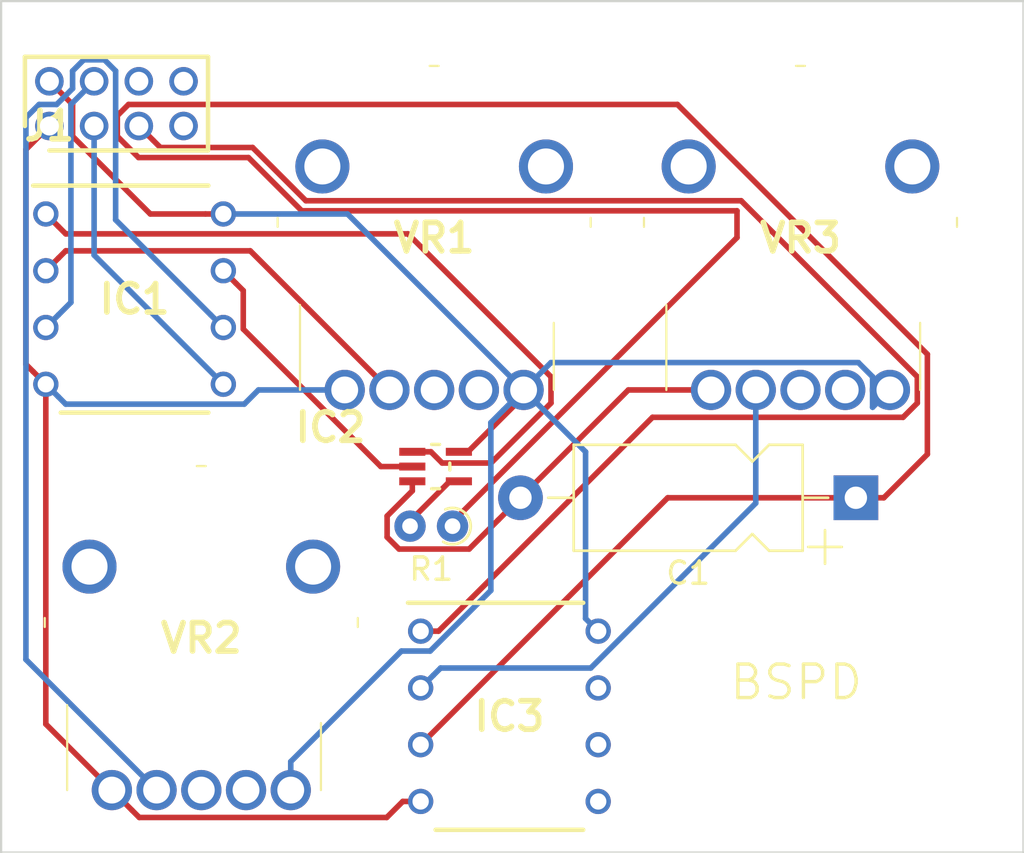
<source format=kicad_pcb>
(kicad_pcb (version 20171130) (host pcbnew "(5.1.0)-1")

  (general
    (thickness 1.6)
    (drawings 5)
    (tracks 123)
    (zones 0)
    (modules 9)
    (nets 31)
  )

  (page A4)
  (title_block
    (title BSPD)
    (date 2019-08-07)
    (rev 2.0)
    (company "Inspired Karters FS")
  )

  (layers
    (0 F.Cu signal)
    (31 B.Cu signal)
    (32 B.Adhes user)
    (33 F.Adhes user)
    (34 B.Paste user)
    (35 F.Paste user)
    (36 B.SilkS user)
    (37 F.SilkS user)
    (38 B.Mask user)
    (39 F.Mask user)
    (40 Dwgs.User user)
    (41 Cmts.User user)
    (42 Eco1.User user)
    (43 Eco2.User user)
    (44 Edge.Cuts user)
    (45 Margin user)
    (46 B.CrtYd user)
    (47 F.CrtYd user)
    (48 B.Fab user)
    (49 F.Fab user)
  )

  (setup
    (last_trace_width 0.25)
    (user_trace_width 0.15)
    (user_trace_width 0.22)
    (trace_clearance 0.2)
    (zone_clearance 0.508)
    (zone_45_only no)
    (trace_min 0.05)
    (via_size 0.8)
    (via_drill 0.4)
    (via_min_size 0.4)
    (via_min_drill 0.3)
    (uvia_size 0.3)
    (uvia_drill 0.1)
    (uvias_allowed no)
    (uvia_min_size 0.2)
    (uvia_min_drill 0.1)
    (edge_width 0.1)
    (segment_width 0.2)
    (pcb_text_width 0.3)
    (pcb_text_size 1.5 1.5)
    (mod_edge_width 0.15)
    (mod_text_size 1 1)
    (mod_text_width 0.15)
    (pad_size 1.524 1.524)
    (pad_drill 0.762)
    (pad_to_mask_clearance 0)
    (aux_axis_origin 0 0)
    (visible_elements 7FFFFFFF)
    (pcbplotparams
      (layerselection 0x010fc_ffffffff)
      (usegerberextensions false)
      (usegerberattributes false)
      (usegerberadvancedattributes false)
      (creategerberjobfile false)
      (excludeedgelayer true)
      (linewidth 0.100000)
      (plotframeref false)
      (viasonmask false)
      (mode 1)
      (useauxorigin false)
      (hpglpennumber 1)
      (hpglpenspeed 20)
      (hpglpendiameter 15.000000)
      (psnegative false)
      (psa4output false)
      (plotreference true)
      (plotvalue true)
      (plotinvisibletext false)
      (padsonsilk false)
      (subtractmaskfromsilk false)
      (outputformat 1)
      (mirror false)
      (drillshape 0)
      (scaleselection 1)
      (outputdirectory "BSPD/"))
  )

  (net 0 "")
  (net 1 "Net-(C1-Pad1)")
  (net 2 GND)
  (net 3 "Net-(IC1-Pad1)")
  (net 4 "Net-(IC1-Pad2)")
  (net 5 /brake_sensor)
  (net 6 /Curr_sensor)
  (net 7 +12V)
  (net 8 "Net-(IC2-Pad4)")
  (net 9 "Net-(IC3-Pad7)")
  (net 10 "Net-(IC3-Pad6)")
  (net 11 "Net-(IC3-Pad5)")
  (net 12 /output)
  (net 13 "Net-(J1-Pad6)")
  (net 14 "Net-(J1-Pad7)")
  (net 15 "Net-(J1-Pad8)")
  (net 16 "Net-(IC1-Pad6)")
  (net 17 "Net-(IC1-Pad7)")
  (net 18 "Net-(IC3-Pad2)")
  (net 19 "Net-(VR1-PadMH2)")
  (net 20 "Net-(VR1-PadMH1)")
  (net 21 "Net-(VR1-Pad5)")
  (net 22 "Net-(VR1-Pad4)")
  (net 23 "Net-(VR2-PadMH2)")
  (net 24 "Net-(VR2-PadMH1)")
  (net 25 "Net-(VR2-Pad5)")
  (net 26 "Net-(VR2-Pad4)")
  (net 27 "Net-(VR3-PadMH2)")
  (net 28 "Net-(VR3-PadMH1)")
  (net 29 "Net-(VR3-Pad5)")
  (net 30 "Net-(VR3-Pad4)")

  (net_class Default "This is the default net class."
    (clearance 0.2)
    (trace_width 0.25)
    (via_dia 0.8)
    (via_drill 0.4)
    (uvia_dia 0.3)
    (uvia_drill 0.1)
    (add_net +12V)
    (add_net /Curr_sensor)
    (add_net /brake_sensor)
    (add_net /output)
    (add_net GND)
    (add_net "Net-(C1-Pad1)")
    (add_net "Net-(IC1-Pad1)")
    (add_net "Net-(IC1-Pad2)")
    (add_net "Net-(IC1-Pad6)")
    (add_net "Net-(IC1-Pad7)")
    (add_net "Net-(IC2-Pad4)")
    (add_net "Net-(IC3-Pad2)")
    (add_net "Net-(IC3-Pad5)")
    (add_net "Net-(IC3-Pad6)")
    (add_net "Net-(IC3-Pad7)")
    (add_net "Net-(J1-Pad6)")
    (add_net "Net-(J1-Pad7)")
    (add_net "Net-(J1-Pad8)")
    (add_net "Net-(VR1-Pad4)")
    (add_net "Net-(VR1-Pad5)")
    (add_net "Net-(VR1-PadMH1)")
    (add_net "Net-(VR1-PadMH2)")
    (add_net "Net-(VR2-Pad4)")
    (add_net "Net-(VR2-Pad5)")
    (add_net "Net-(VR2-PadMH1)")
    (add_net "Net-(VR2-PadMH2)")
    (add_net "Net-(VR3-Pad4)")
    (add_net "Net-(VR3-Pad5)")
    (add_net "Net-(VR3-PadMH1)")
    (add_net "Net-(VR3-PadMH2)")
  )

  (module SamacSys_Parts:RK10J12E0A0A (layer F.Cu) (tedit 0) (tstamp 5D5EBCBB)
    (at 90.17 107.569)
    (descr RK10J12E0A0A-1)
    (tags "Variable Resistor")
    (path /5D60EEA8)
    (fp_text reference VR3 (at 4 -6.8) (layer F.SilkS)
      (effects (font (size 1.27 1.27) (thickness 0.254)))
    )
    (fp_text value RK10J12E0A0A (at 4 -6.8) (layer F.SilkS) hide
      (effects (font (size 1.27 1.27) (thickness 0.254)))
    )
    (fp_arc (start 4 -7.5) (end 11 -7.5) (angle 180) (layer F.Fab) (width 0.2))
    (fp_arc (start 4 -7.5) (end -3 -7.5) (angle 180) (layer F.Fab) (width 0.2))
    (fp_line (start 3.8 -14.5) (end 4.2 -14.5) (layer F.SilkS) (width 0.1))
    (fp_line (start 11 -7.7) (end 11 -7.3) (layer F.SilkS) (width 0.1))
    (fp_line (start -3 -7.7) (end -3 -7.3) (layer F.SilkS) (width 0.1))
    (fp_line (start 9.35 0) (end 9.35 -3) (layer F.SilkS) (width 0.1))
    (fp_line (start -2 -3.8) (end -2 0) (layer F.SilkS) (width 0.1))
    (fp_line (start 9.35 0) (end 9.35 -3) (layer F.Fab) (width 0.2))
    (fp_line (start -2 0) (end 9.35 0) (layer F.Fab) (width 0.2))
    (fp_line (start -2 -3.8) (end -2 0) (layer F.Fab) (width 0.2))
    (fp_line (start 11 -7.5) (end 11 -7.5) (layer F.Fab) (width 0.2))
    (fp_line (start -3 -7.5) (end -3 -7.5) (layer F.Fab) (width 0.2))
    (fp_line (start -4 1.9) (end -4 -15.5) (layer F.CrtYd) (width 0.1))
    (fp_line (start 12 1.9) (end -4 1.9) (layer F.CrtYd) (width 0.1))
    (fp_line (start 12 -15.5) (end 12 1.9) (layer F.CrtYd) (width 0.1))
    (fp_line (start -4 -15.5) (end 12 -15.5) (layer F.CrtYd) (width 0.1))
    (fp_text user %R (at 4 -6.8) (layer F.Fab)
      (effects (font (size 1.27 1.27) (thickness 0.254)))
    )
    (pad MH2 thru_hole circle (at 9 -10) (size 2.419 2.419) (drill 1.6125) (layers *.Cu *.Mask)
      (net 27 "Net-(VR3-PadMH2)"))
    (pad MH1 thru_hole circle (at -1 -10) (size 2.419 2.419) (drill 1.6125) (layers *.Cu *.Mask)
      (net 28 "Net-(VR3-PadMH1)"))
    (pad 5 thru_hole circle (at 6 0) (size 1.8 1.8) (drill 1.2) (layers *.Cu *.Mask)
      (net 29 "Net-(VR3-Pad5)"))
    (pad 4 thru_hole circle (at 4 0) (size 1.8 1.8) (drill 1.2) (layers *.Cu *.Mask)
      (net 30 "Net-(VR3-Pad4)"))
    (pad 3 thru_hole circle (at 8 0) (size 1.8 1.8) (drill 1.2) (layers *.Cu *.Mask)
      (net 7 +12V))
    (pad 2 thru_hole circle (at 2 0) (size 1.8 1.8) (drill 1.2) (layers *.Cu *.Mask)
      (net 18 "Net-(IC3-Pad2)"))
    (pad 1 thru_hole circle (at 0 0) (size 1.8 1.8) (drill 1.2) (layers *.Cu *.Mask)
      (net 2 GND))
  )

  (module SamacSys_Parts:RK10J12E0A0A (layer F.Cu) (tedit 0) (tstamp 5D5EBF49)
    (at 63.373 125.476)
    (descr RK10J12E0A0A-1)
    (tags "Variable Resistor")
    (path /5D606C2A)
    (fp_text reference VR2 (at 4 -6.8) (layer F.SilkS)
      (effects (font (size 1.27 1.27) (thickness 0.254)))
    )
    (fp_text value RK10J12E0A0A (at 4 -6.8) (layer F.SilkS) hide
      (effects (font (size 1.27 1.27) (thickness 0.254)))
    )
    (fp_arc (start 4 -7.5) (end 11 -7.5) (angle 180) (layer F.Fab) (width 0.2))
    (fp_arc (start 4 -7.5) (end -3 -7.5) (angle 180) (layer F.Fab) (width 0.2))
    (fp_line (start 3.8 -14.5) (end 4.2 -14.5) (layer F.SilkS) (width 0.1))
    (fp_line (start 11 -7.7) (end 11 -7.3) (layer F.SilkS) (width 0.1))
    (fp_line (start -3 -7.7) (end -3 -7.3) (layer F.SilkS) (width 0.1))
    (fp_line (start 9.35 0) (end 9.35 -3) (layer F.SilkS) (width 0.1))
    (fp_line (start -2 -3.8) (end -2 0) (layer F.SilkS) (width 0.1))
    (fp_line (start 9.35 0) (end 9.35 -3) (layer F.Fab) (width 0.2))
    (fp_line (start -2 0) (end 9.35 0) (layer F.Fab) (width 0.2))
    (fp_line (start -2 -3.8) (end -2 0) (layer F.Fab) (width 0.2))
    (fp_line (start 11 -7.5) (end 11 -7.5) (layer F.Fab) (width 0.2))
    (fp_line (start -3 -7.5) (end -3 -7.5) (layer F.Fab) (width 0.2))
    (fp_line (start -4 1.9) (end -4 -15.5) (layer F.CrtYd) (width 0.1))
    (fp_line (start 12 1.9) (end -4 1.9) (layer F.CrtYd) (width 0.1))
    (fp_line (start 12 -15.5) (end 12 1.9) (layer F.CrtYd) (width 0.1))
    (fp_line (start -4 -15.5) (end 12 -15.5) (layer F.CrtYd) (width 0.1))
    (fp_text user %R (at 4 -6.8) (layer F.Fab)
      (effects (font (size 1.27 1.27) (thickness 0.254)))
    )
    (pad MH2 thru_hole circle (at 9 -10) (size 2.419 2.419) (drill 1.6125) (layers *.Cu *.Mask)
      (net 23 "Net-(VR2-PadMH2)"))
    (pad MH1 thru_hole circle (at -1 -10) (size 2.419 2.419) (drill 1.6125) (layers *.Cu *.Mask)
      (net 24 "Net-(VR2-PadMH1)"))
    (pad 5 thru_hole circle (at 6 0) (size 1.8 1.8) (drill 1.2) (layers *.Cu *.Mask)
      (net 25 "Net-(VR2-Pad5)"))
    (pad 4 thru_hole circle (at 4 0) (size 1.8 1.8) (drill 1.2) (layers *.Cu *.Mask)
      (net 26 "Net-(VR2-Pad4)"))
    (pad 3 thru_hole circle (at 8 0) (size 1.8 1.8) (drill 1.2) (layers *.Cu *.Mask)
      (net 7 +12V))
    (pad 2 thru_hole circle (at 2 0) (size 1.8 1.8) (drill 1.2) (layers *.Cu *.Mask)
      (net 16 "Net-(IC1-Pad6)"))
    (pad 1 thru_hole circle (at 0 0) (size 1.8 1.8) (drill 1.2) (layers *.Cu *.Mask)
      (net 2 GND))
  )

  (module SamacSys_Parts:RK10J12E0A0A (layer F.Cu) (tedit 0) (tstamp 5D5EC399)
    (at 73.787 107.569)
    (descr RK10J12E0A0A-1)
    (tags "Variable Resistor")
    (path /5D5E8EE8)
    (fp_text reference VR1 (at 4 -6.8) (layer F.SilkS)
      (effects (font (size 1.27 1.27) (thickness 0.254)))
    )
    (fp_text value RK10J12E0A0A (at 4 -6.8) (layer F.SilkS) hide
      (effects (font (size 1.27 1.27) (thickness 0.254)))
    )
    (fp_arc (start 4 -7.5) (end 11 -7.5) (angle 180) (layer F.Fab) (width 0.2))
    (fp_arc (start 4 -7.5) (end -3 -7.5) (angle 180) (layer F.Fab) (width 0.2))
    (fp_line (start 3.8 -14.5) (end 4.2 -14.5) (layer F.SilkS) (width 0.1))
    (fp_line (start 11 -7.7) (end 11 -7.3) (layer F.SilkS) (width 0.1))
    (fp_line (start -3 -7.7) (end -3 -7.3) (layer F.SilkS) (width 0.1))
    (fp_line (start 9.35 0) (end 9.35 -3) (layer F.SilkS) (width 0.1))
    (fp_line (start -2 -3.8) (end -2 0) (layer F.SilkS) (width 0.1))
    (fp_line (start 9.35 0) (end 9.35 -3) (layer F.Fab) (width 0.2))
    (fp_line (start -2 0) (end 9.35 0) (layer F.Fab) (width 0.2))
    (fp_line (start -2 -3.8) (end -2 0) (layer F.Fab) (width 0.2))
    (fp_line (start 11 -7.5) (end 11 -7.5) (layer F.Fab) (width 0.2))
    (fp_line (start -3 -7.5) (end -3 -7.5) (layer F.Fab) (width 0.2))
    (fp_line (start -4 1.9) (end -4 -15.5) (layer F.CrtYd) (width 0.1))
    (fp_line (start 12 1.9) (end -4 1.9) (layer F.CrtYd) (width 0.1))
    (fp_line (start 12 -15.5) (end 12 1.9) (layer F.CrtYd) (width 0.1))
    (fp_line (start -4 -15.5) (end 12 -15.5) (layer F.CrtYd) (width 0.1))
    (fp_text user %R (at 4 -6.8) (layer F.Fab)
      (effects (font (size 1.27 1.27) (thickness 0.254)))
    )
    (pad MH2 thru_hole circle (at 9 -10) (size 2.419 2.419) (drill 1.6125) (layers *.Cu *.Mask)
      (net 19 "Net-(VR1-PadMH2)"))
    (pad MH1 thru_hole circle (at -1 -10) (size 2.419 2.419) (drill 1.6125) (layers *.Cu *.Mask)
      (net 20 "Net-(VR1-PadMH1)"))
    (pad 5 thru_hole circle (at 6 0) (size 1.8 1.8) (drill 1.2) (layers *.Cu *.Mask)
      (net 21 "Net-(VR1-Pad5)"))
    (pad 4 thru_hole circle (at 4 0) (size 1.8 1.8) (drill 1.2) (layers *.Cu *.Mask)
      (net 22 "Net-(VR1-Pad4)"))
    (pad 3 thru_hole circle (at 8 0) (size 1.8 1.8) (drill 1.2) (layers *.Cu *.Mask)
      (net 7 +12V))
    (pad 2 thru_hole circle (at 2 0) (size 1.8 1.8) (drill 1.2) (layers *.Cu *.Mask)
      (net 4 "Net-(IC1-Pad2)"))
    (pad 1 thru_hole circle (at 0 0) (size 1.8 1.8) (drill 1.2) (layers *.Cu *.Mask)
      (net 2 GND))
  )

  (module SamacSys_Parts:SHDR8W46P200_2X4_819X419X444P (layer F.Cu) (tedit 0) (tstamp 5D5DC9FD)
    (at 60.579 95.758)
    (descr 79107-7003_a)
    (tags Connector)
    (path /5D5D9C94)
    (fp_text reference J1 (at 0 0) (layer F.SilkS)
      (effects (font (size 1.27 1.27) (thickness 0.254)))
    )
    (fp_text value 79107-7003 (at 0 0) (layer F.SilkS) hide
      (effects (font (size 1.27 1.27) (thickness 0.254)))
    )
    (fp_line (start -1.095 -3.095) (end -1.095 0) (layer F.SilkS) (width 0.2))
    (fp_line (start 7.095 -3.095) (end -1.095 -3.095) (layer F.SilkS) (width 0.2))
    (fp_line (start 7.095 1.095) (end 7.095 -3.095) (layer F.SilkS) (width 0.2))
    (fp_line (start 0 1.095) (end 7.095 1.095) (layer F.SilkS) (width 0.2))
    (fp_line (start 7.095 1.095) (end -1.095 1.095) (layer F.Fab) (width 0.1))
    (fp_line (start 7.095 -3.095) (end 7.095 1.095) (layer F.Fab) (width 0.1))
    (fp_line (start -1.095 -3.095) (end 7.095 -3.095) (layer F.Fab) (width 0.1))
    (fp_line (start -1.095 1.095) (end -1.095 -3.095) (layer F.Fab) (width 0.1))
    (fp_line (start 7.345 1.345) (end -1.345 1.345) (layer F.CrtYd) (width 0.05))
    (fp_line (start 7.345 -3.345) (end 7.345 1.345) (layer F.CrtYd) (width 0.05))
    (fp_line (start -1.345 -3.345) (end 7.345 -3.345) (layer F.CrtYd) (width 0.05))
    (fp_line (start -1.345 1.345) (end -1.345 -3.345) (layer F.CrtYd) (width 0.05))
    (fp_text user %R (at 0 0) (layer F.Fab)
      (effects (font (size 1.27 1.27) (thickness 0.254)))
    )
    (pad 8 thru_hole circle (at 6 -2) (size 1.275 1.275) (drill 0.85) (layers *.Cu *.Mask)
      (net 15 "Net-(J1-Pad8)"))
    (pad 7 thru_hole circle (at 6 0) (size 1.275 1.275) (drill 0.85) (layers *.Cu *.Mask)
      (net 14 "Net-(J1-Pad7)"))
    (pad 6 thru_hole circle (at 4 -2) (size 1.275 1.275) (drill 0.85) (layers *.Cu *.Mask)
      (net 13 "Net-(J1-Pad6)"))
    (pad 5 thru_hole circle (at 4 0) (size 1.275 1.275) (drill 0.85) (layers *.Cu *.Mask)
      (net 12 /output))
    (pad 4 thru_hole circle (at 2 -2) (size 1.275 1.275) (drill 0.85) (layers *.Cu *.Mask)
      (net 5 /brake_sensor))
    (pad 3 thru_hole circle (at 2 0) (size 1.275 1.275) (drill 0.85) (layers *.Cu *.Mask)
      (net 6 /Curr_sensor))
    (pad 2 thru_hole circle (at 0 -2) (size 1.275 1.275) (drill 0.85) (layers *.Cu *.Mask)
      (net 7 +12V))
    (pad 1 thru_hole circle (at 0 0) (size 1.275 1.275) (drill 0.85) (layers *.Cu *.Mask)
      (net 2 GND))
    (model "F:\\FS electric vehicle\\KiCAD Models\\SamacSys_Parts.3dshapes\\79107-7003.stp"
      (at (xyz 0 0 0))
      (scale (xyz 1 1 1))
      (rotate (xyz 0 0 0))
    )
  )

  (module SamacSys_Parts:SOT65P210X110-5N (layer F.Cu) (tedit 0) (tstamp 5D4C732B)
    (at 77.851 110.998)
    (descr SOT65P210X110-5N)
    (tags "Integrated Circuit")
    (path /5D4C464E)
    (attr smd)
    (fp_text reference IC2 (at -4.699 -1.7526) (layer F.SilkS)
      (effects (font (size 1.27 1.27) (thickness 0.254)))
    )
    (fp_text value BU4S81G2-TR (at -4.699 -1.7526) (layer F.SilkS) hide
      (effects (font (size 1.27 1.27) (thickness 0.254)))
    )
    (fp_line (start 1.1938 -0.7874) (end 0.635 -0.7874) (layer F.Fab) (width 0.1524))
    (fp_line (start 1.1938 -0.508) (end 1.1938 -0.7874) (layer F.Fab) (width 0.1524))
    (fp_line (start 0.635 -0.508) (end 1.1938 -0.508) (layer F.Fab) (width 0.1524))
    (fp_line (start 0.635 -0.7874) (end 0.635 -0.508) (layer F.Fab) (width 0.1524))
    (fp_line (start 0.635 -0.9906) (end 0.635 -0.7874) (layer F.Fab) (width 0.1524))
    (fp_line (start 1.1938 0.508) (end 0.635 0.508) (layer F.Fab) (width 0.1524))
    (fp_line (start 1.1938 0.7874) (end 1.1938 0.508) (layer F.Fab) (width 0.1524))
    (fp_line (start 0.635 0.7874) (end 1.1938 0.7874) (layer F.Fab) (width 0.1524))
    (fp_line (start -1.1938 0.7874) (end -0.635 0.7874) (layer F.Fab) (width 0.1524))
    (fp_line (start -1.1938 0.508) (end -1.1938 0.7874) (layer F.Fab) (width 0.1524))
    (fp_line (start -0.635 0.508) (end -1.1938 0.508) (layer F.Fab) (width 0.1524))
    (fp_line (start -0.635 0.7874) (end -0.635 0.508) (layer F.Fab) (width 0.1524))
    (fp_line (start -0.635 0.9906) (end -0.635 0.7874) (layer F.Fab) (width 0.1524))
    (fp_line (start -1.1938 0.1524) (end -0.635 0.1524) (layer F.Fab) (width 0.1524))
    (fp_line (start -1.1938 -0.1524) (end -1.1938 0.1524) (layer F.Fab) (width 0.1524))
    (fp_line (start -0.635 -0.1524) (end -1.1938 -0.1524) (layer F.Fab) (width 0.1524))
    (fp_line (start -1.1938 -0.508) (end -0.635 -0.508) (layer F.Fab) (width 0.1524))
    (fp_line (start -1.1938 -0.7874) (end -1.1938 -0.508) (layer F.Fab) (width 0.1524))
    (fp_line (start -0.635 -0.7874) (end -1.1938 -0.7874) (layer F.Fab) (width 0.1524))
    (fp_line (start -0.635 0.1524) (end -0.635 0.508) (layer F.Fab) (width 0.1524))
    (fp_line (start -0.635 -0.1524) (end -0.635 0.1524) (layer F.Fab) (width 0.1524))
    (fp_line (start -0.635 -0.508) (end -0.635 -0.1524) (layer F.Fab) (width 0.1524))
    (fp_line (start -0.635 -0.7874) (end -0.635 -0.508) (layer F.Fab) (width 0.1524))
    (fp_line (start -0.635 -0.9906) (end -0.635 -0.7874) (layer F.Fab) (width 0.1524))
    (fp_line (start -0.3048 -0.9906) (end -0.635 -0.9906) (layer F.Fab) (width 0.1524))
    (fp_line (start 0.3048 -0.9906) (end -0.3048 -0.9906) (layer F.Fab) (width 0.1524))
    (fp_line (start 0.635 -0.9906) (end 0.3048 -0.9906) (layer F.Fab) (width 0.1524))
    (fp_line (start 0.635 0.508) (end 0.635 -0.508) (layer F.Fab) (width 0.1524))
    (fp_line (start 0.635 0.7874) (end 0.635 0.508) (layer F.Fab) (width 0.1524))
    (fp_line (start 0.635 0.9906) (end 0.635 0.7874) (layer F.Fab) (width 0.1524))
    (fp_line (start -0.635 0.9906) (end 0.635 0.9906) (layer F.Fab) (width 0.1524))
    (fp_line (start 0.1778 -0.9906) (end -0.1778 -0.9906) (layer F.SilkS) (width 0.1524))
    (fp_line (start 0.635 0.1524) (end 0.635 -0.1524) (layer F.SilkS) (width 0.1524))
    (fp_line (start -0.1778 0.9906) (end 0.1778 0.9906) (layer F.SilkS) (width 0.1524))
    (fp_text user %R (at -4.699 -1.7526) (layer F.Fab)
      (effects (font (size 1.27 1.27) (thickness 0.254)))
    )
    (pad 5 smd rect (at 1.0414 -0.6604 90) (size 0.3556 1.1684) (layers F.Cu F.Paste F.Mask)
      (net 7 +12V))
    (pad 4 smd rect (at 1.0414 0.6604 90) (size 0.3556 1.1684) (layers F.Cu F.Paste F.Mask)
      (net 8 "Net-(IC2-Pad4)"))
    (pad 3 smd rect (at -1.0414 0.6604 90) (size 0.3556 1.1684) (layers F.Cu F.Paste F.Mask)
      (net 2 GND))
    (pad 2 smd rect (at -1.0414 0 90) (size 0.3556 1.1684) (layers F.Cu F.Paste F.Mask)
      (net 17 "Net-(IC1-Pad7)"))
    (pad 1 smd rect (at -1.0414 -0.6604 90) (size 0.3556 1.1684) (layers F.Cu F.Paste F.Mask)
      (net 3 "Net-(IC1-Pad1)"))
  )

  (module SamacSys_Parts:DIP794W53P254L959H508Q8N (layer F.Cu) (tedit 0) (tstamp 5D49D183)
    (at 81.153 122.174)
    (descr "P (R-PDIP-T8)")
    (tags "Integrated Circuit")
    (path /5D4C7614)
    (fp_text reference IC3 (at 0 0) (layer F.SilkS)
      (effects (font (size 1.27 1.27) (thickness 0.254)))
    )
    (fp_text value LM393N_NOPB (at 0 0) (layer F.SilkS) hide
      (effects (font (size 1.27 1.27) (thickness 0.254)))
    )
    (fp_line (start -3.3 5.08) (end 3.3 5.08) (layer F.SilkS) (width 0.2))
    (fp_line (start -4.535 -5.08) (end 3.3 -5.08) (layer F.SilkS) (width 0.2))
    (fp_line (start -3.3 -3.81) (end -2.03 -5.08) (layer F.Fab) (width 0.1))
    (fp_line (start -3.3 5.08) (end -3.3 -5.08) (layer F.Fab) (width 0.1))
    (fp_line (start 3.3 5.08) (end -3.3 5.08) (layer F.Fab) (width 0.1))
    (fp_line (start 3.3 -5.08) (end 3.3 5.08) (layer F.Fab) (width 0.1))
    (fp_line (start -3.3 -5.08) (end 3.3 -5.08) (layer F.Fab) (width 0.1))
    (fp_line (start -4.945 5.33) (end -4.945 -5.33) (layer F.CrtYd) (width 0.05))
    (fp_line (start 4.945 5.33) (end -4.945 5.33) (layer F.CrtYd) (width 0.05))
    (fp_line (start 4.945 -5.33) (end 4.945 5.33) (layer F.CrtYd) (width 0.05))
    (fp_line (start -4.945 -5.33) (end 4.945 -5.33) (layer F.CrtYd) (width 0.05))
    (fp_text user %R (at 0 0) (layer F.Fab)
      (effects (font (size 1.27 1.27) (thickness 0.254)))
    )
    (pad 8 thru_hole circle (at 3.97 -3.81) (size 1.13 1.13) (drill 0.73) (layers *.Cu *.Mask)
      (net 7 +12V))
    (pad 7 thru_hole circle (at 3.97 -1.27) (size 1.13 1.13) (drill 0.73) (layers *.Cu *.Mask)
      (net 9 "Net-(IC3-Pad7)"))
    (pad 6 thru_hole circle (at 3.97 1.27) (size 1.13 1.13) (drill 0.73) (layers *.Cu *.Mask)
      (net 10 "Net-(IC3-Pad6)"))
    (pad 5 thru_hole circle (at 3.97 3.81) (size 1.13 1.13) (drill 0.73) (layers *.Cu *.Mask)
      (net 11 "Net-(IC3-Pad5)"))
    (pad 4 thru_hole circle (at -3.97 3.81) (size 1.13 1.13) (drill 0.73) (layers *.Cu *.Mask)
      (net 2 GND))
    (pad 3 thru_hole circle (at -3.97 1.27) (size 1.13 1.13) (drill 0.73) (layers *.Cu *.Mask)
      (net 1 "Net-(C1-Pad1)"))
    (pad 2 thru_hole circle (at -3.97 -1.27) (size 1.13 1.13) (drill 0.73) (layers *.Cu *.Mask)
      (net 18 "Net-(IC3-Pad2)"))
    (pad 1 thru_hole circle (at -3.97 -3.81) (size 1.13 1.13) (drill 0.73) (layers *.Cu *.Mask)
      (net 12 /output))
    (model "F:\\FS electric vehicle\\KiCAD Models\\SamacSys_Parts.3dshapes\\LM555CN_NOPB.stp"
      (at (xyz 0 0 0))
      (scale (xyz 1 1 1))
      (rotate (xyz 0 0 0))
    )
  )

  (module Capacitor_THT:CP_Axial_L10.0mm_D4.5mm_P15.00mm_Horizontal (layer F.Cu) (tedit 5AE50EF2) (tstamp 5D5EC5E6)
    (at 96.647 112.395 180)
    (descr "CP, Axial series, Axial, Horizontal, pin pitch=15mm, , length*diameter=10*4.5mm^2, Electrolytic Capacitor, , http://www.vishay.com/docs/28325/021asm.pdf")
    (tags "CP Axial series Axial Horizontal pin pitch 15mm  length 10mm diameter 4.5mm Electrolytic Capacitor")
    (path /5BB114E1)
    (fp_text reference C1 (at 7.5 -3.37 180) (layer F.SilkS)
      (effects (font (size 1 1) (thickness 0.15)))
    )
    (fp_text value 100uF (at 7.5 3.37 180) (layer F.Fab)
      (effects (font (size 1 1) (thickness 0.15)))
    )
    (fp_line (start 2.5 -2.25) (end 2.5 2.25) (layer F.Fab) (width 0.1))
    (fp_line (start 12.5 -2.25) (end 12.5 2.25) (layer F.Fab) (width 0.1))
    (fp_line (start 2.5 -2.25) (end 3.88 -2.25) (layer F.Fab) (width 0.1))
    (fp_line (start 3.88 -2.25) (end 4.63 -1.5) (layer F.Fab) (width 0.1))
    (fp_line (start 4.63 -1.5) (end 5.38 -2.25) (layer F.Fab) (width 0.1))
    (fp_line (start 5.38 -2.25) (end 12.5 -2.25) (layer F.Fab) (width 0.1))
    (fp_line (start 2.5 2.25) (end 3.88 2.25) (layer F.Fab) (width 0.1))
    (fp_line (start 3.88 2.25) (end 4.63 1.5) (layer F.Fab) (width 0.1))
    (fp_line (start 4.63 1.5) (end 5.38 2.25) (layer F.Fab) (width 0.1))
    (fp_line (start 5.38 2.25) (end 12.5 2.25) (layer F.Fab) (width 0.1))
    (fp_line (start 0 0) (end 2.5 0) (layer F.Fab) (width 0.1))
    (fp_line (start 15 0) (end 12.5 0) (layer F.Fab) (width 0.1))
    (fp_line (start 3.9 0) (end 5.4 0) (layer F.Fab) (width 0.1))
    (fp_line (start 4.65 -0.75) (end 4.65 0.75) (layer F.Fab) (width 0.1))
    (fp_line (start 0.63 -2.2) (end 2.13 -2.2) (layer F.SilkS) (width 0.12))
    (fp_line (start 1.38 -2.95) (end 1.38 -1.45) (layer F.SilkS) (width 0.12))
    (fp_line (start 2.38 -2.37) (end 2.38 2.37) (layer F.SilkS) (width 0.12))
    (fp_line (start 12.62 -2.37) (end 12.62 2.37) (layer F.SilkS) (width 0.12))
    (fp_line (start 2.38 -2.37) (end 3.88 -2.37) (layer F.SilkS) (width 0.12))
    (fp_line (start 3.88 -2.37) (end 4.63 -1.62) (layer F.SilkS) (width 0.12))
    (fp_line (start 4.63 -1.62) (end 5.38 -2.37) (layer F.SilkS) (width 0.12))
    (fp_line (start 5.38 -2.37) (end 12.62 -2.37) (layer F.SilkS) (width 0.12))
    (fp_line (start 2.38 2.37) (end 3.88 2.37) (layer F.SilkS) (width 0.12))
    (fp_line (start 3.88 2.37) (end 4.63 1.62) (layer F.SilkS) (width 0.12))
    (fp_line (start 4.63 1.62) (end 5.38 2.37) (layer F.SilkS) (width 0.12))
    (fp_line (start 5.38 2.37) (end 12.62 2.37) (layer F.SilkS) (width 0.12))
    (fp_line (start 1.24 0) (end 2.38 0) (layer F.SilkS) (width 0.12))
    (fp_line (start 13.76 0) (end 12.62 0) (layer F.SilkS) (width 0.12))
    (fp_line (start -1.25 -2.5) (end -1.25 2.5) (layer F.CrtYd) (width 0.05))
    (fp_line (start -1.25 2.5) (end 16.25 2.5) (layer F.CrtYd) (width 0.05))
    (fp_line (start 16.25 2.5) (end 16.25 -2.5) (layer F.CrtYd) (width 0.05))
    (fp_line (start 16.25 -2.5) (end -1.25 -2.5) (layer F.CrtYd) (width 0.05))
    (fp_text user %R (at 7.5 0 180) (layer F.Fab)
      (effects (font (size 1 1) (thickness 0.15)))
    )
    (pad 1 thru_hole rect (at 0 0 180) (size 2 2) (drill 1) (layers *.Cu *.Mask)
      (net 1 "Net-(C1-Pad1)"))
    (pad 2 thru_hole oval (at 15 0 180) (size 2 2) (drill 1) (layers *.Cu *.Mask)
      (net 2 GND))
    (model ${KISYS3DMOD}/Capacitor_THT.3dshapes/CP_Axial_L10.0mm_D4.5mm_P15.00mm_Horizontal.wrl
      (at (xyz 0 0 0))
      (scale (xyz 1 1 1))
      (rotate (xyz 0 0 0))
    )
  )

  (module SamacSys_Parts:DIP794W53P254L959H508Q8N (layer F.Cu) (tedit 0) (tstamp 5D5EC2FE)
    (at 64.389 103.505)
    (descr "P (R-PDIP-T8)")
    (tags "Integrated Circuit")
    (path /5D4A0DFB)
    (fp_text reference IC1 (at 0 0) (layer F.SilkS)
      (effects (font (size 1.27 1.27) (thickness 0.254)))
    )
    (fp_text value LM393N_NOPB (at 0 0) (layer F.SilkS) hide
      (effects (font (size 1.27 1.27) (thickness 0.254)))
    )
    (fp_text user %R (at 0 0) (layer F.Fab)
      (effects (font (size 1.27 1.27) (thickness 0.254)))
    )
    (fp_line (start -4.945 -5.33) (end 4.945 -5.33) (layer F.CrtYd) (width 0.05))
    (fp_line (start 4.945 -5.33) (end 4.945 5.33) (layer F.CrtYd) (width 0.05))
    (fp_line (start 4.945 5.33) (end -4.945 5.33) (layer F.CrtYd) (width 0.05))
    (fp_line (start -4.945 5.33) (end -4.945 -5.33) (layer F.CrtYd) (width 0.05))
    (fp_line (start -3.3 -5.08) (end 3.3 -5.08) (layer F.Fab) (width 0.1))
    (fp_line (start 3.3 -5.08) (end 3.3 5.08) (layer F.Fab) (width 0.1))
    (fp_line (start 3.3 5.08) (end -3.3 5.08) (layer F.Fab) (width 0.1))
    (fp_line (start -3.3 5.08) (end -3.3 -5.08) (layer F.Fab) (width 0.1))
    (fp_line (start -3.3 -3.81) (end -2.03 -5.08) (layer F.Fab) (width 0.1))
    (fp_line (start -4.535 -5.08) (end 3.3 -5.08) (layer F.SilkS) (width 0.2))
    (fp_line (start -3.3 5.08) (end 3.3 5.08) (layer F.SilkS) (width 0.2))
    (pad 1 thru_hole circle (at -3.97 -3.81) (size 1.13 1.13) (drill 0.73) (layers *.Cu *.Mask)
      (net 3 "Net-(IC1-Pad1)"))
    (pad 2 thru_hole circle (at -3.97 -1.27) (size 1.13 1.13) (drill 0.73) (layers *.Cu *.Mask)
      (net 4 "Net-(IC1-Pad2)"))
    (pad 3 thru_hole circle (at -3.97 1.27) (size 1.13 1.13) (drill 0.73) (layers *.Cu *.Mask)
      (net 5 /brake_sensor))
    (pad 4 thru_hole circle (at -3.97 3.81) (size 1.13 1.13) (drill 0.73) (layers *.Cu *.Mask)
      (net 2 GND))
    (pad 5 thru_hole circle (at 3.97 3.81) (size 1.13 1.13) (drill 0.73) (layers *.Cu *.Mask)
      (net 6 /Curr_sensor))
    (pad 6 thru_hole circle (at 3.97 1.27) (size 1.13 1.13) (drill 0.73) (layers *.Cu *.Mask)
      (net 16 "Net-(IC1-Pad6)"))
    (pad 7 thru_hole circle (at 3.97 -1.27) (size 1.13 1.13) (drill 0.73) (layers *.Cu *.Mask)
      (net 17 "Net-(IC1-Pad7)"))
    (pad 8 thru_hole circle (at 3.97 -3.81) (size 1.13 1.13) (drill 0.73) (layers *.Cu *.Mask)
      (net 7 +12V))
    (model "F:\\FS electric vehicle\\KiCAD Models\\SamacSys_Parts.3dshapes\\LM555CN_NOPB.stp"
      (at (xyz 0 0 0))
      (scale (xyz 1 1 1))
      (rotate (xyz 0 0 0))
    )
  )

  (module Resistor_THT:R_Axial_DIN0204_L3.6mm_D1.6mm_P1.90mm_Vertical (layer F.Cu) (tedit 5AE5139B) (tstamp 5D49D1AA)
    (at 78.608 113.665 180)
    (descr "Resistor, Axial_DIN0204 series, Axial, Vertical, pin pitch=1.9mm, 0.167W, length*diameter=3.6*1.6mm^2, http://cdn-reichelt.de/documents/datenblatt/B400/1_4W%23YAG.pdf")
    (tags "Resistor Axial_DIN0204 series Axial Vertical pin pitch 1.9mm 0.167W length 3.6mm diameter 1.6mm")
    (path /5D49C25A)
    (fp_text reference R1 (at 0.95 -1.92 180) (layer F.SilkS)
      (effects (font (size 1 1) (thickness 0.15)))
    )
    (fp_text value 500k (at 0.95 1.92 180) (layer F.Fab)
      (effects (font (size 1 1) (thickness 0.15)))
    )
    (fp_text user %R (at 0.95 -1.92 180) (layer F.Fab)
      (effects (font (size 1 1) (thickness 0.15)))
    )
    (fp_line (start 2.86 -1.05) (end -1.05 -1.05) (layer F.CrtYd) (width 0.05))
    (fp_line (start 2.86 1.05) (end 2.86 -1.05) (layer F.CrtYd) (width 0.05))
    (fp_line (start -1.05 1.05) (end 2.86 1.05) (layer F.CrtYd) (width 0.05))
    (fp_line (start -1.05 -1.05) (end -1.05 1.05) (layer F.CrtYd) (width 0.05))
    (fp_line (start 0 0) (end 1.9 0) (layer F.Fab) (width 0.1))
    (fp_circle (center 0 0) (end 0.8 0) (layer F.Fab) (width 0.1))
    (fp_arc (start 0 0) (end 0.417133 -0.7) (angle -233.92106) (layer F.SilkS) (width 0.12))
    (pad 2 thru_hole oval (at 1.9 0 180) (size 1.4 1.4) (drill 0.7) (layers *.Cu *.Mask)
      (net 8 "Net-(IC2-Pad4)"))
    (pad 1 thru_hole circle (at 0 0 180) (size 1.4 1.4) (drill 0.7) (layers *.Cu *.Mask)
      (net 1 "Net-(C1-Pad1)"))
    (model ${KISYS3DMOD}/Resistor_THT.3dshapes/R_Axial_DIN0204_L3.6mm_D1.6mm_P1.90mm_Vertical.wrl
      (at (xyz 0 0 0))
      (scale (xyz 1 1 1))
      (rotate (xyz 0 0 0))
    )
  )

  (gr_text BSPD (at 93.98 120.65) (layer F.SilkS)
    (effects (font (size 1.5 1.5) (thickness 0.15)))
  )
  (gr_line (start 58.42 128.27) (end 58.42 90.17) (layer Edge.Cuts) (width 0.1) (tstamp 5D5EC7CA))
  (gr_line (start 104.14 128.27) (end 58.42 128.27) (layer Edge.Cuts) (width 0.1))
  (gr_line (start 104.14 90.17) (end 104.14 128.27) (layer Edge.Cuts) (width 0.1))
  (gr_line (start 58.42 90.17) (end 104.14 90.17) (layer Edge.Cuts) (width 0.1))

  (segment (start 97.897 112.395) (end 96.647 112.395) (width 0.25) (layer F.Cu) (net 1))
  (segment (start 88.667561 94.795499) (end 99.84501 105.972948) (width 0.25) (layer F.Cu) (net 1))
  (segment (start 63.616499 95.295999) (end 64.116999 94.795499) (width 0.25) (layer F.Cu) (net 1))
  (segment (start 63.616499 96.220001) (end 63.616499 95.295999) (width 0.25) (layer F.Cu) (net 1))
  (segment (start 64.567009 97.170511) (end 63.616499 96.220001) (width 0.25) (layer F.Cu) (net 1))
  (segment (start 69.481039 97.170511) (end 64.567009 97.170511) (width 0.25) (layer F.Cu) (net 1))
  (segment (start 64.116999 94.795499) (end 88.667561 94.795499) (width 0.25) (layer F.Cu) (net 1))
  (segment (start 71.864038 99.55351) (end 69.481039 97.170511) (width 0.25) (layer F.Cu) (net 1))
  (segment (start 91.331103 100.749895) (end 91.331103 99.553511) (width 0.25) (layer F.Cu) (net 1))
  (segment (start 99.84501 110.44699) (end 97.897 112.395) (width 0.25) (layer F.Cu) (net 1))
  (segment (start 99.84501 105.972948) (end 99.84501 110.44699) (width 0.25) (layer F.Cu) (net 1))
  (segment (start 91.331103 99.553511) (end 71.864038 99.55351) (width 0.25) (layer F.Cu) (net 1))
  (segment (start 78.608 113.472998) (end 91.331103 100.749895) (width 0.25) (layer F.Cu) (net 1))
  (segment (start 78.608 113.665) (end 78.608 113.472998) (width 0.25) (layer F.Cu) (net 1))
  (segment (start 88.232 112.395) (end 96.647 112.395) (width 0.25) (layer F.Cu) (net 1))
  (segment (start 77.183 123.444) (end 88.232 112.395) (width 0.25) (layer F.Cu) (net 1))
  (segment (start 79.351999 114.690001) (end 80.647001 113.394999) (width 0.25) (layer F.Cu) (net 2))
  (segment (start 76.215999 114.690001) (end 79.351999 114.690001) (width 0.25) (layer F.Cu) (net 2))
  (segment (start 75.682999 114.157001) (end 76.215999 114.690001) (width 0.25) (layer F.Cu) (net 2))
  (segment (start 75.682999 113.212801) (end 75.682999 114.157001) (width 0.25) (layer F.Cu) (net 2))
  (segment (start 80.647001 113.394999) (end 81.647 112.395) (width 0.25) (layer F.Cu) (net 2))
  (segment (start 76.8096 112.0862) (end 75.682999 113.212801) (width 0.25) (layer F.Cu) (net 2))
  (segment (start 76.8096 111.6584) (end 76.8096 112.0862) (width 0.25) (layer F.Cu) (net 2))
  (segment (start 59.854001 106.750001) (end 60.419 107.315) (width 0.25) (layer F.Cu) (net 2))
  (segment (start 59.528999 106.424999) (end 59.854001 106.750001) (width 0.25) (layer F.Cu) (net 2))
  (segment (start 59.528999 96.808001) (end 59.528999 106.424999) (width 0.25) (layer F.Cu) (net 2))
  (segment (start 60.579 95.758) (end 59.528999 96.808001) (width 0.25) (layer F.Cu) (net 2))
  (segment (start 60.983999 107.879999) (end 60.419 107.315) (width 0.25) (layer B.Cu) (net 2))
  (segment (start 61.309001 108.205001) (end 60.983999 107.879999) (width 0.25) (layer B.Cu) (net 2))
  (segment (start 69.294201 108.205001) (end 61.309001 108.205001) (width 0.25) (layer B.Cu) (net 2))
  (segment (start 69.930202 107.569) (end 69.294201 108.205001) (width 0.25) (layer B.Cu) (net 2))
  (segment (start 73.787 107.569) (end 69.930202 107.569) (width 0.25) (layer B.Cu) (net 2))
  (segment (start 60.419 122.522) (end 60.419 107.315) (width 0.25) (layer F.Cu) (net 2))
  (segment (start 63.373 125.476) (end 60.419 122.522) (width 0.25) (layer F.Cu) (net 2))
  (segment (start 86.473 107.569) (end 81.647 112.395) (width 0.25) (layer F.Cu) (net 2))
  (segment (start 90.17 107.569) (end 86.473 107.569) (width 0.25) (layer F.Cu) (net 2))
  (segment (start 64.272999 126.375999) (end 63.373 125.476) (width 0.25) (layer F.Cu) (net 2))
  (segment (start 64.598001 126.701001) (end 64.272999 126.375999) (width 0.25) (layer F.Cu) (net 2))
  (segment (start 75.666969 126.701001) (end 64.598001 126.701001) (width 0.25) (layer F.Cu) (net 2))
  (segment (start 76.38397 125.984) (end 75.666969 126.701001) (width 0.25) (layer F.Cu) (net 2))
  (segment (start 77.183 125.984) (end 76.38397 125.984) (width 0.25) (layer F.Cu) (net 2))
  (segment (start 76.616003 100.585001) (end 61.309001 100.585001) (width 0.25) (layer F.Cu) (net 3))
  (segment (start 83.012001 106.980999) (end 76.616003 100.585001) (width 0.25) (layer F.Cu) (net 3))
  (segment (start 83.012001 108.157001) (end 83.012001 106.980999) (width 0.25) (layer F.Cu) (net 3))
  (segment (start 61.309001 100.585001) (end 60.983999 100.259999) (width 0.25) (layer F.Cu) (net 3))
  (segment (start 80.328601 110.840401) (end 83.012001 108.157001) (width 0.25) (layer F.Cu) (net 3))
  (segment (start 78.146601 110.840401) (end 80.328601 110.840401) (width 0.25) (layer F.Cu) (net 3))
  (segment (start 77.6438 110.3376) (end 78.146601 110.840401) (width 0.25) (layer F.Cu) (net 3))
  (segment (start 60.983999 100.259999) (end 60.419 99.695) (width 0.25) (layer F.Cu) (net 3))
  (segment (start 76.8096 110.3376) (end 77.6438 110.3376) (width 0.25) (layer F.Cu) (net 3))
  (segment (start 60.983999 101.670001) (end 60.419 102.235) (width 0.25) (layer F.Cu) (net 4))
  (segment (start 61.309001 101.344999) (end 60.983999 101.670001) (width 0.25) (layer F.Cu) (net 4))
  (segment (start 69.562999 101.344999) (end 61.309001 101.344999) (width 0.25) (layer F.Cu) (net 4))
  (segment (start 75.787 107.569) (end 69.562999 101.344999) (width 0.25) (layer F.Cu) (net 4))
  (segment (start 60.983999 104.210001) (end 60.419 104.775) (width 0.25) (layer B.Cu) (net 5))
  (segment (start 61.541501 103.652499) (end 60.983999 104.210001) (width 0.25) (layer B.Cu) (net 5))
  (segment (start 61.541501 94.795499) (end 61.541501 103.652499) (width 0.25) (layer B.Cu) (net 5))
  (segment (start 62.579 93.758) (end 61.541501 94.795499) (width 0.25) (layer B.Cu) (net 5))
  (segment (start 62.579 101.535) (end 68.359 107.315) (width 0.25) (layer B.Cu) (net 6))
  (segment (start 62.579 95.758) (end 62.579 101.535) (width 0.25) (layer B.Cu) (net 6))
  (segment (start 81.787 107.8494) (end 81.787 107.569) (width 0.25) (layer F.Cu) (net 7))
  (segment (start 79.2988 110.3376) (end 81.787 107.8494) (width 0.25) (layer F.Cu) (net 7))
  (segment (start 78.8924 110.3376) (end 79.2988 110.3376) (width 0.25) (layer F.Cu) (net 7))
  (segment (start 67.55997 99.695) (end 68.359 99.695) (width 0.25) (layer F.Cu) (net 7))
  (segment (start 65.091498 99.695) (end 67.55997 99.695) (width 0.25) (layer F.Cu) (net 7))
  (segment (start 61.616499 96.220001) (end 65.091498 99.695) (width 0.25) (layer F.Cu) (net 7))
  (segment (start 61.616499 94.795499) (end 61.616499 96.220001) (width 0.25) (layer F.Cu) (net 7))
  (segment (start 60.579 93.758) (end 61.616499 94.795499) (width 0.25) (layer F.Cu) (net 7))
  (segment (start 73.913 99.695) (end 68.359 99.695) (width 0.25) (layer B.Cu) (net 7))
  (segment (start 81.787 107.569) (end 73.913 99.695) (width 0.25) (layer B.Cu) (net 7))
  (segment (start 80.887001 108.468999) (end 81.787 107.569) (width 0.25) (layer B.Cu) (net 7))
  (segment (start 80.321999 109.034001) (end 80.887001 108.468999) (width 0.25) (layer B.Cu) (net 7))
  (segment (start 80.321999 116.542203) (end 80.321999 109.034001) (width 0.25) (layer B.Cu) (net 7))
  (segment (start 77.610201 119.254001) (end 80.321999 116.542203) (width 0.25) (layer B.Cu) (net 7))
  (segment (start 76.322207 119.254001) (end 77.610201 119.254001) (width 0.25) (layer B.Cu) (net 7))
  (segment (start 71.373 124.203208) (end 76.322207 119.254001) (width 0.25) (layer B.Cu) (net 7))
  (segment (start 71.373 125.476) (end 71.373 124.203208) (width 0.25) (layer B.Cu) (net 7))
  (segment (start 82.686999 108.468999) (end 81.787 107.569) (width 0.25) (layer B.Cu) (net 7))
  (segment (start 84.558001 110.340001) (end 82.686999 108.468999) (width 0.25) (layer B.Cu) (net 7))
  (segment (start 84.558001 117.799001) (end 84.558001 110.340001) (width 0.25) (layer B.Cu) (net 7))
  (segment (start 85.123 118.364) (end 84.558001 117.799001) (width 0.25) (layer B.Cu) (net 7))
  (segment (start 82.686999 106.669001) (end 81.787 107.569) (width 0.25) (layer B.Cu) (net 7))
  (segment (start 83.012001 106.343999) (end 82.686999 106.669001) (width 0.25) (layer B.Cu) (net 7))
  (segment (start 96.758001 106.343999) (end 83.012001 106.343999) (width 0.25) (layer B.Cu) (net 7))
  (segment (start 97.395001 106.980999) (end 96.758001 106.343999) (width 0.25) (layer B.Cu) (net 7))
  (segment (start 97.395001 108.343999) (end 97.395001 106.980999) (width 0.25) (layer B.Cu) (net 7))
  (segment (start 98.17 107.569) (end 97.395001 108.343999) (width 0.25) (layer B.Cu) (net 7))
  (segment (start 76.708 113.4364) (end 76.708 113.665) (width 0.25) (layer F.Cu) (net 8))
  (segment (start 78.486 111.6584) (end 76.708 113.4364) (width 0.25) (layer F.Cu) (net 8))
  (segment (start 78.8924 111.6584) (end 78.486 111.6584) (width 0.25) (layer F.Cu) (net 8))
  (segment (start 65.216499 96.395499) (end 64.579 95.758) (width 0.25) (layer F.Cu) (net 12))
  (segment (start 65.541501 96.720501) (end 65.216499 96.395499) (width 0.25) (layer F.Cu) (net 12))
  (segment (start 69.667439 96.720501) (end 65.541501 96.720501) (width 0.25) (layer F.Cu) (net 12))
  (segment (start 91.517503 99.103501) (end 72.050439 99.103501) (width 0.25) (layer F.Cu) (net 12))
  (segment (start 99.395001 106.980999) (end 91.517503 99.103501) (width 0.25) (layer F.Cu) (net 12))
  (segment (start 98.758001 108.794001) (end 99.395001 108.157001) (width 0.25) (layer F.Cu) (net 12))
  (segment (start 99.395001 108.157001) (end 99.395001 106.980999) (width 0.25) (layer F.Cu) (net 12))
  (segment (start 87.552029 108.794001) (end 98.758001 108.794001) (width 0.25) (layer F.Cu) (net 12))
  (segment (start 77.98203 118.364) (end 87.552029 108.794001) (width 0.25) (layer F.Cu) (net 12))
  (segment (start 72.050439 99.103501) (end 69.667439 96.720501) (width 0.25) (layer F.Cu) (net 12))
  (segment (start 77.183 118.364) (end 77.98203 118.364) (width 0.25) (layer F.Cu) (net 12))
  (segment (start 63.541501 99.957501) (end 67.794001 104.210001) (width 0.25) (layer B.Cu) (net 16))
  (segment (start 62.116999 92.795499) (end 63.041001 92.795499) (width 0.25) (layer B.Cu) (net 16))
  (segment (start 61.616499 93.295999) (end 62.116999 92.795499) (width 0.25) (layer B.Cu) (net 16))
  (segment (start 67.794001 104.210001) (end 68.359 104.775) (width 0.25) (layer B.Cu) (net 16))
  (segment (start 61.616499 94.084091) (end 61.616499 93.295999) (width 0.25) (layer B.Cu) (net 16))
  (segment (start 60.905091 94.795499) (end 61.616499 94.084091) (width 0.25) (layer B.Cu) (net 16))
  (segment (start 63.541501 93.295999) (end 63.541501 99.957501) (width 0.25) (layer B.Cu) (net 16))
  (segment (start 63.041001 92.795499) (end 63.541501 93.295999) (width 0.25) (layer B.Cu) (net 16))
  (segment (start 60.116999 94.795499) (end 60.905091 94.795499) (width 0.25) (layer B.Cu) (net 16))
  (segment (start 59.528999 119.631999) (end 59.528999 95.383499) (width 0.25) (layer B.Cu) (net 16))
  (segment (start 59.528999 95.383499) (end 60.116999 94.795499) (width 0.25) (layer B.Cu) (net 16))
  (segment (start 65.373 125.476) (end 59.528999 119.631999) (width 0.25) (layer B.Cu) (net 16))
  (segment (start 68.923999 102.799999) (end 68.359 102.235) (width 0.25) (layer F.Cu) (net 17))
  (segment (start 69.249001 103.125001) (end 68.923999 102.799999) (width 0.25) (layer F.Cu) (net 17))
  (segment (start 69.249001 104.844003) (end 69.249001 103.125001) (width 0.25) (layer F.Cu) (net 17))
  (segment (start 75.402998 110.998) (end 69.249001 104.844003) (width 0.25) (layer F.Cu) (net 17))
  (segment (start 76.8096 110.998) (end 75.402998 110.998) (width 0.25) (layer F.Cu) (net 17))
  (segment (start 77.747999 120.339001) (end 77.183 120.904) (width 0.25) (layer B.Cu) (net 18))
  (segment (start 78.073001 120.013999) (end 77.747999 120.339001) (width 0.25) (layer B.Cu) (net 18))
  (segment (start 84.790203 120.013999) (end 78.073001 120.013999) (width 0.25) (layer B.Cu) (net 18))
  (segment (start 92.17 112.634202) (end 84.790203 120.013999) (width 0.25) (layer B.Cu) (net 18))
  (segment (start 92.17 107.569) (end 92.17 112.634202) (width 0.25) (layer B.Cu) (net 18))

)

</source>
